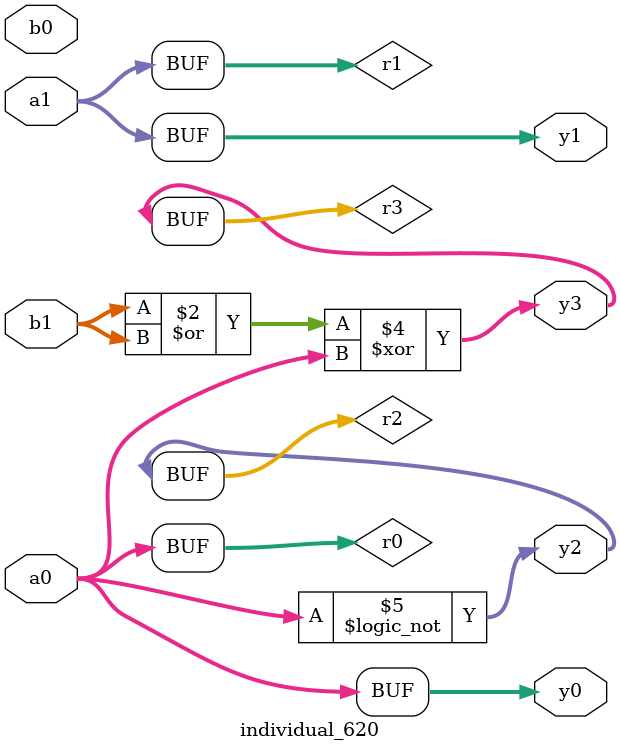
<source format=sv>
module individual_620(input logic [15:0] a1, input logic [15:0] a0, input logic [15:0] b1, input logic [15:0] b0, output logic [15:0] y3, output logic [15:0] y2, output logic [15:0] y1, output logic [15:0] y0);
logic [15:0] r0, r1, r2, r3; 
 always@(*) begin 
	 r0 = a0; r1 = a1; r2 = b0; r3 = b1; 
 	 r3  |=  b1 ;
 	 r2  &=  r3 ;
 	 r3  ^=  a0 ;
 	 r2 = ! a0 ;
 	 y3 = r3; y2 = r2; y1 = r1; y0 = r0; 
end
endmodule
</source>
